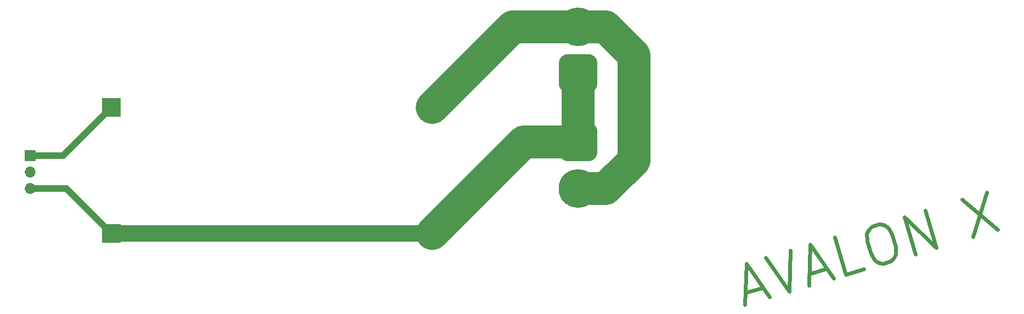
<source format=gbr>
%TF.GenerationSoftware,KiCad,Pcbnew,7.0.0*%
%TF.CreationDate,2023-03-08T15:39:59-05:00*%
%TF.ProjectId,left-side,6c656674-2d73-4696-9465-2e6b69636164,rev?*%
%TF.SameCoordinates,Original*%
%TF.FileFunction,Copper,L1,Top*%
%TF.FilePolarity,Positive*%
%FSLAX46Y46*%
G04 Gerber Fmt 4.6, Leading zero omitted, Abs format (unit mm)*
G04 Created by KiCad (PCBNEW 7.0.0) date 2023-03-08 15:39:59*
%MOMM*%
%LPD*%
G01*
G04 APERTURE LIST*
G04 Aperture macros list*
%AMRoundRect*
0 Rectangle with rounded corners*
0 $1 Rounding radius*
0 $2 $3 $4 $5 $6 $7 $8 $9 X,Y pos of 4 corners*
0 Add a 4 corners polygon primitive as box body*
4,1,4,$2,$3,$4,$5,$6,$7,$8,$9,$2,$3,0*
0 Add four circle primitives for the rounded corners*
1,1,$1+$1,$2,$3*
1,1,$1+$1,$4,$5*
1,1,$1+$1,$6,$7*
1,1,$1+$1,$8,$9*
0 Add four rect primitives between the rounded corners*
20,1,$1+$1,$2,$3,$4,$5,0*
20,1,$1+$1,$4,$5,$6,$7,0*
20,1,$1+$1,$6,$7,$8,$9,0*
20,1,$1+$1,$8,$9,$2,$3,0*%
G04 Aperture macros list end*
%ADD10C,0.625000*%
%TA.AperFunction,NonConductor*%
%ADD11C,0.625000*%
%TD*%
%TA.AperFunction,ComponentPad*%
%ADD12R,1.700000X1.700000*%
%TD*%
%TA.AperFunction,ComponentPad*%
%ADD13O,1.700000X1.700000*%
%TD*%
%TA.AperFunction,ComponentPad*%
%ADD14RoundRect,1.500000X1.500000X-1.500000X1.500000X1.500000X-1.500000X1.500000X-1.500000X-1.500000X0*%
%TD*%
%TA.AperFunction,ComponentPad*%
%ADD15C,6.000000*%
%TD*%
%TA.AperFunction,ComponentPad*%
%ADD16R,3.000000X3.000000*%
%TD*%
%TA.AperFunction,ComponentPad*%
%ADD17RoundRect,1.500000X-1.500000X1.500000X-1.500000X-1.500000X1.500000X-1.500000X1.500000X1.500000X0*%
%TD*%
%TA.AperFunction,Conductor*%
%ADD18C,2.540000*%
%TD*%
%TA.AperFunction,Conductor*%
%ADD19C,5.080000*%
%TD*%
%TA.AperFunction,Conductor*%
%ADD20C,1.016000*%
%TD*%
G04 APERTURE END LIST*
D10*
D11*
X173163270Y-146679108D02*
X175902755Y-145867635D01*
X173102256Y-148485093D02*
X173315804Y-142164144D01*
X173315804Y-142164144D02*
X176937535Y-147349032D01*
X176329237Y-141271524D02*
X179950968Y-146456412D01*
X179950968Y-146456412D02*
X180164516Y-140135463D01*
X183025415Y-143757807D02*
X185764900Y-142946335D01*
X182964402Y-145563792D02*
X183177949Y-139242843D01*
X183177949Y-139242843D02*
X186799681Y-144427731D01*
X191456805Y-143048228D02*
X188717320Y-143859700D01*
X188717320Y-143859700D02*
X187013228Y-138106782D01*
X192766147Y-136402690D02*
X193861940Y-136078101D01*
X193861940Y-136078101D02*
X194490985Y-136189755D01*
X194490985Y-136189755D02*
X195201176Y-136575357D01*
X195201176Y-136575357D02*
X195799714Y-137590004D01*
X195799714Y-137590004D02*
X196367744Y-139507644D01*
X196367744Y-139507644D02*
X196418385Y-140684585D01*
X196418385Y-140684585D02*
X196032782Y-141394776D01*
X196032782Y-141394776D02*
X195566033Y-141831019D01*
X195566033Y-141831019D02*
X194470239Y-142155608D01*
X194470239Y-142155608D02*
X193841194Y-142043954D01*
X193841194Y-142043954D02*
X193131003Y-141658352D01*
X193131003Y-141658352D02*
X192532465Y-140643705D01*
X192532465Y-140643705D02*
X191964435Y-138726066D01*
X191964435Y-138726066D02*
X191913794Y-137549124D01*
X191913794Y-137549124D02*
X192299397Y-136838933D01*
X192299397Y-136838933D02*
X192766147Y-136402690D01*
X199401311Y-140694958D02*
X197697219Y-134942040D01*
X197697219Y-134942040D02*
X202688693Y-139721191D01*
X202688693Y-139721191D02*
X200984601Y-133968273D01*
X206627940Y-132296640D02*
X212167311Y-136913497D01*
X210463219Y-131160578D02*
X208332032Y-138049558D01*
D12*
%TO.P,J3,1,Pin_1*%
%TO.N,Net-(A1-VOUT)*%
X62737999Y-125475999D03*
D13*
%TO.P,J3,2,Pin_2*%
%TO.N,unconnected-(J3-Pin_2-Pad2)*%
X62737999Y-128015999D03*
%TO.P,J3,3,Pin_3*%
%TO.N,GND*%
X62737999Y-130555999D03*
%TD*%
D14*
%TO.P,J1,1,Pin_1*%
%TO.N,GND*%
X147320000Y-112776000D03*
D15*
%TO.P,J1,2,Pin_2*%
%TO.N,+BATT*%
X147320000Y-105576000D03*
%TD*%
D16*
%TO.P,A1,1,VIN*%
%TO.N,+BATT*%
X124825999Y-118011999D03*
%TO.P,A1,2,GND*%
%TO.N,GND*%
X124825999Y-137511999D03*
%TO.P,A1,3,GND*%
X75325999Y-137511999D03*
%TO.P,A1,4,VOUT*%
%TO.N,Net-(A1-VOUT)*%
X75325999Y-118011999D03*
%TD*%
D17*
%TO.P,J2,1,Pin_1*%
%TO.N,GND*%
X147320000Y-123400000D03*
D15*
%TO.P,J2,2,Pin_2*%
%TO.N,+BATT*%
X147320000Y-130600000D03*
%TD*%
D18*
%TO.N,GND*%
X124826000Y-137512000D02*
X75326000Y-137512000D01*
D19*
%TO.N,+BATT*%
X147320000Y-105576000D02*
X137262000Y-105576000D01*
X147320000Y-130600000D02*
X151562640Y-130600000D01*
X137262000Y-105576000D02*
X124826000Y-118012000D01*
X151562640Y-105576000D02*
X147320000Y-105576000D01*
X155956000Y-109969360D02*
X151562640Y-105576000D01*
X151562640Y-130600000D02*
X155956000Y-126206640D01*
X155956000Y-126206640D02*
X155956000Y-109969360D01*
%TO.N,GND*%
X138938000Y-123400000D02*
X124826000Y-137512000D01*
D20*
X68370000Y-130556000D02*
X75326000Y-137512000D01*
X62738000Y-130556000D02*
X68370000Y-130556000D01*
D19*
X147320000Y-112776000D02*
X147320000Y-123400000D01*
X147320000Y-123400000D02*
X138938000Y-123400000D01*
D20*
%TO.N,Net-(A1-VOUT)*%
X67862000Y-125476000D02*
X62738000Y-125476000D01*
X75326000Y-118012000D02*
X67862000Y-125476000D01*
%TD*%
M02*

</source>
